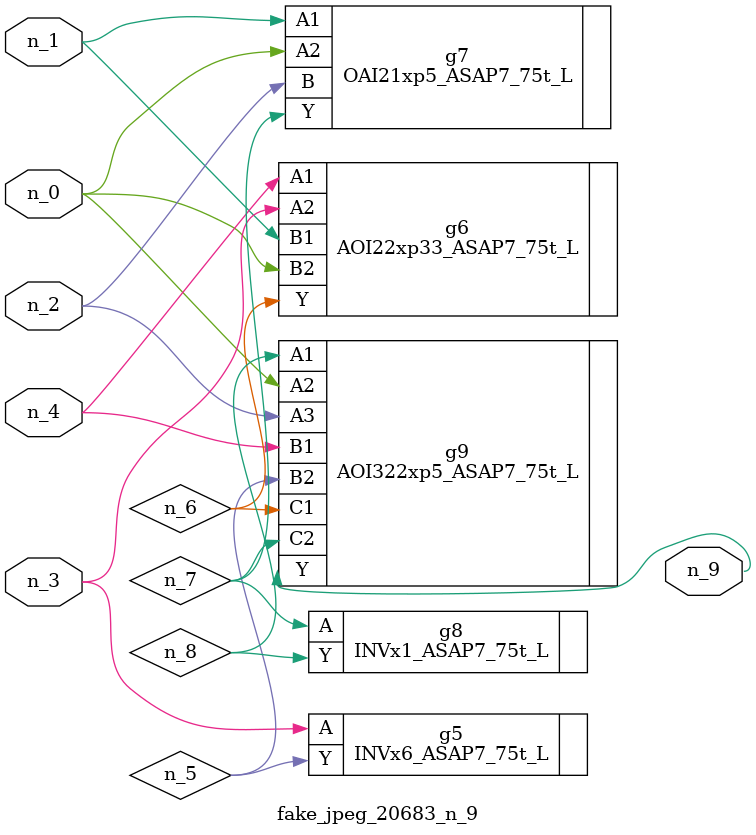
<source format=v>
module fake_jpeg_20683_n_9 (n_3, n_2, n_1, n_0, n_4, n_9);

input n_3;
input n_2;
input n_1;
input n_0;
input n_4;

output n_9;

wire n_8;
wire n_6;
wire n_5;
wire n_7;

INVx6_ASAP7_75t_L g5 ( 
.A(n_3),
.Y(n_5)
);

AOI22xp33_ASAP7_75t_L g6 ( 
.A1(n_4),
.A2(n_3),
.B1(n_1),
.B2(n_0),
.Y(n_6)
);

OAI21xp5_ASAP7_75t_L g7 ( 
.A1(n_1),
.A2(n_0),
.B(n_2),
.Y(n_7)
);

INVx1_ASAP7_75t_L g8 ( 
.A(n_7),
.Y(n_8)
);

AOI322xp5_ASAP7_75t_L g9 ( 
.A1(n_8),
.A2(n_0),
.A3(n_2),
.B1(n_4),
.B2(n_5),
.C1(n_6),
.C2(n_7),
.Y(n_9)
);


endmodule
</source>
